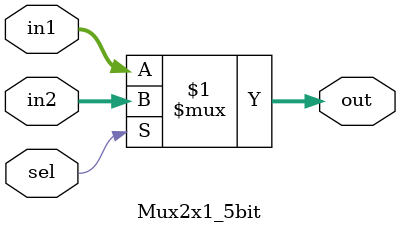
<source format=v>
module Mux2x1_5bit (
    input [4:0] in1,
    input [4:0] in2,
    input sel,
    output [4:0] out
);

    assign out = (sel) ? in2 : in1;

endmodule

</source>
